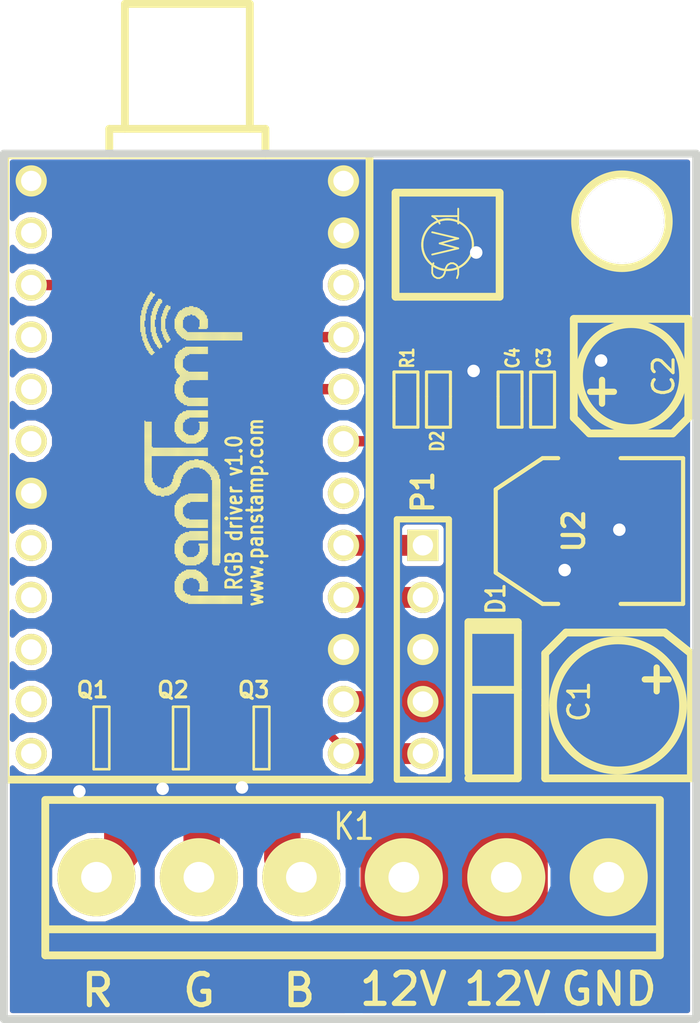
<source format=kicad_pcb>
(kicad_pcb (version 4) (host pcbnew "(2014-jul-16 BZR unknown)-product")
  (title_block (title "panStamp RGB driver board") (date "21 may 2012") (rev 1.0) (company www.panstamp.com))
  (layers (0 Front signal) (31 Back signal) (34 B.Paste user) (35 F.Paste user) (36 B.SilkS user) (37 F.SilkS user) (38 B.Mask user) (39 F.Mask user) (44 Edge.Cuts user))
  (net 0 "")
  (net 1 +12V)
  (net 2 +3.3V)
  (net 3 /BLUE_CH)
  (net 4 /BLUE_PWR)
  (net 5 /GREEN_CH)
  (net 6 /GREEN_PWR)
  (net 7 /RED_CH)
  (net 8 /RED_PWR)
  (net 9 /RESET)
  (net 10 /RXD)
  (net 11 /TXD)
  (net 12 GND)
  (net 13 N-000008)
  (net 14 N-000029)
  (net 15 N-000031)
  (module SM0603S (layer Front) (at 177.7365 96.3295 90)
    (fp_text reference C3 (at 2.032 0.0635 90) (layer F.SilkS) (effects (font (size 0.635 0.508) (thickness 0.127))))
    (fp_text value 1u hide)
    (pad 2 smd rect (at 0.7493 0 90) (size 0.7874 0.762) (layers Front F.Paste F.Mask) (net 12 GND))
    (pad 1 smd rect (at -0.7493 0 90) (size 0.7874 0.762) (layers Front F.Paste F.Mask) (net 2 +3.3V))
  )
  (module SM0603S (layer Front) (at 176.149 96.3295 90)
    (fp_text reference C4 (at 2.032 0.127 90) (layer F.SilkS) (effects (font (size 0.635 0.508) (thickness 0.127))))
    (fp_text value 100n hide)
    (pad 2 smd rect (at 0.7493 0 90) (size 0.7874 0.762) (layers Front F.Paste F.Mask) (net 12 GND))
    (pad 1 smd rect (at -0.7493 0 90) (size 0.7874 0.762) (layers Front F.Paste F.Mask) (net 2 +3.3V))
  )
  (module SOT223 (layer Front) (at 180.0225 102.743 90)
    (fp_text reference U2 (at 0 -0.762 90) (layer F.SilkS) (effects (font (size 1.016 1.016) (thickness 0.2032))))
    (fp_text value UA78M33 hide)
    (pad 4 smd rect (at 0 -3.302 90) (size 3.6576 2.032) (layers Front F.Paste F.Mask) (net 12 GND))
    (pad 2 smd rect (at 0 3.302 90) (size 1.016 2.032) (layers Front F.Paste F.Mask) (net 12 GND))
    (pad 3 smd rect (at 2.286 3.302 90) (size 1.016 2.032) (layers Front F.Paste F.Mask) (net 2 +3.3V))
    (pad 1 smd rect (at -2.286 3.302 90) (size 1.016 2.032) (layers Front F.Paste F.Mask) (net 14 N-000029))
  )
  (module SOT23GDS (layer Front) (at 156.21 112.8395 90)
    (fp_text reference Q1 (at 2.3495 -0.4445 180) (layer F.SilkS) (effects (font (size 0.762 0.762) (thickness 0.1524))))
    (fp_text value MOS_N hide)
    (pad S smd rect (at -0.889 -1.016 90) (size 0.9144 0.9144) (layers Front F.Paste F.Mask) (net 12 GND))
    (pad G smd rect (at 0.889 -1.016 90) (size 0.9144 0.9144) (layers Front F.Paste F.Mask) (net 7 /RED_CH))
    (pad D smd rect (at 0 1.016 90) (size 0.9144 0.9144) (layers Front F.Paste F.Mask) (net 8 /RED_PWR))
  )
  (module SOT23GDS (layer Front) (at 160.0835 112.8395 90)
    (fp_text reference Q2 (at 2.3495 -0.381 180) (layer F.SilkS) (effects (font (size 0.762 0.762) (thickness 0.1524))))
    (fp_text value MOS_N hide)
    (pad S smd rect (at -0.889 -1.016 90) (size 0.9144 0.9144) (layers Front F.Paste F.Mask) (net 12 GND))
    (pad G smd rect (at 0.889 -1.016 90) (size 0.9144 0.9144) (layers Front F.Paste F.Mask) (net 5 /GREEN_CH))
    (pad D smd rect (at 0 1.016 90) (size 0.9144 0.9144) (layers Front F.Paste F.Mask) (net 6 /GREEN_PWR))
  )
  (module SOT23GDS (layer Front) (at 164.0205 112.8395 90)
    (fp_text reference Q3 (at 2.3495 -0.381 180) (layer F.SilkS) (effects (font (size 0.762 0.762) (thickness 0.1524))))
    (fp_text value MOS_N hide)
    (pad S smd rect (at -0.889 -1.016 90) (size 0.9144 0.9144) (layers Front F.Paste F.Mask) (net 12 GND))
    (pad G smd rect (at 0.889 -1.016 90) (size 0.9144 0.9144) (layers Front F.Paste F.Mask) (net 3 /BLUE_CH))
    (pad D smd rect (at 0 1.016 90) (size 0.9144 0.9144) (layers Front F.Paste F.Mask) (net 4 /BLUE_PWR))
  )
  (module PANSTAMP_02 (layer Front) (at 160.401 99.6315)
    (fp_text reference U1 hide)
    (fp_text value PANSTAMP_02 hide)
    (pad 1 thru_hole circle (at -7.62 -13.97) (size 1.524 1.524) (drill 0.9906) (layers *.Cu *.Mask F.SilkS) (net 12 GND))
    (pad 2 thru_hole circle (at -7.62 -11.43) (size 1.524 1.524) (drill 0.9906) (layers *.Cu *.Mask F.SilkS))
    (pad 3 thru_hole circle (at -7.62 -8.89) (size 1.524 1.524) (drill 0.9906) (layers *.Cu *.Mask F.SilkS) (net 7 /RED_CH))
    (pad 4 thru_hole circle (at -7.62 -6.35) (size 1.524 1.524) (drill 0.9906) (layers *.Cu *.Mask F.SilkS))
    (pad 5 thru_hole circle (at -7.62 -3.81) (size 1.524 1.524) (drill 0.9906) (layers *.Cu *.Mask F.SilkS))
    (pad 6 thru_hole circle (at -7.62 -1.27) (size 1.524 1.524) (drill 0.9906) (layers *.Cu *.Mask F.SilkS))
    (pad 7 thru_hole circle (at -7.62 1.27) (size 1.524 1.524) (drill 0.9906) (layers *.Cu *.Mask F.SilkS) (net 12 GND))
    (pad 8 thru_hole circle (at -7.62 3.81) (size 1.524 1.524) (drill 0.9906) (layers *.Cu *.Mask F.SilkS))
    (pad 9 thru_hole circle (at -7.62 6.35) (size 1.524 1.524) (drill 0.9906) (layers *.Cu *.Mask F.SilkS))
    (pad 10 thru_hole circle (at -7.62 8.89) (size 1.524 1.524) (drill 0.9906) (layers *.Cu *.Mask F.SilkS))
    (pad 11 thru_hole circle (at -7.62 11.43) (size 1.524 1.524) (drill 0.9906) (layers *.Cu *.Mask F.SilkS))
    (pad 12 thru_hole circle (at -7.62 13.97) (size 1.524 1.524) (drill 0.9906) (layers *.Cu *.Mask F.SilkS))
    (pad 13 thru_hole circle (at 7.62 13.97) (size 1.524 1.524) (drill 0.9906) (layers *.Cu *.Mask F.SilkS) (net 9 /RESET))
    (pad 14 thru_hole circle (at 7.62 11.43) (size 1.524 1.524) (drill 0.9906) (layers *.Cu *.Mask F.SilkS) (net 2 +3.3V))
    (pad 15 thru_hole circle (at 7.62 8.89) (size 1.524 1.524) (drill 0.9906) (layers *.Cu *.Mask F.SilkS) (net 12 GND))
    (pad 16 thru_hole circle (at 7.62 6.35) (size 1.524 1.524) (drill 0.9906) (layers *.Cu *.Mask F.SilkS) (net 10 /RXD))
    (pad 17 thru_hole circle (at 7.62 3.81) (size 1.524 1.524) (drill 0.9906) (layers *.Cu *.Mask F.SilkS) (net 11 /TXD))
    (pad 18 thru_hole circle (at 7.62 1.27) (size 1.524 1.524) (drill 0.9906) (layers *.Cu *.Mask F.SilkS))
    (pad 19 thru_hole circle (at 7.62 -1.27) (size 1.524 1.524) (drill 0.9906) (layers *.Cu *.Mask F.SilkS) (net 13 N-000008))
    (pad 20 thru_hole circle (at 7.62 -3.81) (size 1.524 1.524) (drill 0.9906) (layers *.Cu *.Mask F.SilkS) (net 3 /BLUE_CH))
    (pad 21 thru_hole circle (at 7.62 -6.35) (size 1.524 1.524) (drill 0.9906) (layers *.Cu *.Mask F.SilkS) (net 5 /GREEN_CH))
    (pad 22 thru_hole circle (at 7.62 -8.89) (size 1.524 1.524) (drill 0.9906) (layers *.Cu *.Mask F.SilkS))
    (pad 23 thru_hole circle (at 7.62 -11.43) (size 1.524 1.524) (drill 0.9906) (layers *.Cu *.Mask F.SilkS) (net 12 GND))
    (pad 24 thru_hole circle (at 7.62 -13.97) (size 1.524 1.524) (drill 0.9906) (layers *.Cu *.Mask F.SilkS) (net 12 GND))
  )
  (module SMA (layer Front) (at 175.387 110.998 90)
    (fp_text reference D1 (at 4.953 0.0635 90) (layer F.SilkS) (effects (font (size 0.889 0.762) (thickness 0.1524))))
    (fp_text value DIODESCH hide)
    (pad 1 smd rect (at -1.99898 0 90) (size 2.50952 1.70942) (layers Front F.Paste F.Mask) (net 1 +12V))
    (pad 2 smd rect (at 1.99898 0 90) (size 2.50952 1.70942) (layers Front F.Paste F.Mask) (net 14 N-000029))
  )
  (module PANSTAMPLOGO (layer Front) (at 157.7975 106.299 90)
    (fp_text reference www.panstamp.com (at 4.4704 5.9055 90) (layer F.SilkS) (effects (font (size 0.762 0.635) (thickness 0.127))))
    (fp_text value "RGB driver v1.0" (at 4.445 4.8895 90) (layer F.SilkS) (effects (font (size 0.762 0.635) (thickness 0.127))))
  )
  (module PIN_ARRAY_5x1 (layer Front) (at 171.8945 108.5215 270)
    (fp_text reference P1 (at -7.6835 0 270) (layer F.SilkS) (effects (font (size 1.016 1.016) (thickness 0.2032))))
    (fp_text value CONN_5 hide)
    (pad 1 thru_hole rect (at -5.08 0 270) (size 1.524 1.524) (drill 0.9906) (layers *.Cu *.Mask F.SilkS) (net 11 /TXD))
    (pad 2 thru_hole circle (at -2.54 0 270) (size 1.524 1.524) (drill 0.9906) (layers *.Cu *.Mask F.SilkS) (net 10 /RXD))
    (pad 3 thru_hole circle (at 0 0 270) (size 1.524 1.524) (drill 0.9906) (layers *.Cu *.Mask F.SilkS) (net 12 GND))
    (pad 4 thru_hole circle (at 2.54 0 270) (size 1.524 1.524) (drill 0.9906) (layers *.Cu *.Mask F.SilkS) (net 2 +3.3V))
    (pad 5 thru_hole circle (at 5.08 0 270) (size 1.524 1.524) (drill 0.9906) (layers *.Cu *.Mask F.SilkS) (net 9 /RESET))
  )
  (module SM0603S (layer Front) (at 171.069 96.3295 90)
    (fp_text reference R1 (at 2.032 0.0635 90) (layer F.SilkS) (effects (font (size 0.635 0.508) (thickness 0.127))))
    (fp_text value 470 hide)
    (pad 2 smd rect (at 0.7493 0 90) (size 0.7874 0.762) (layers Front F.Paste F.Mask) (net 15 N-000031))
    (pad 1 smd rect (at -0.7493 0 90) (size 0.7874 0.762) (layers Front F.Paste F.Mask) (net 13 N-000008))
  )
  (module SM0603S (layer Front) (at 172.6565 96.3295 90)
    (fp_text reference D2 (at -2.032 -0.0635 90) (layer F.SilkS) (effects (font (size 0.635 0.508) (thickness 0.127))))
    (fp_text value LED hide)
    (pad 2 smd rect (at 0.7493 0 90) (size 0.7874 0.762) (layers Front F.Paste F.Mask) (net 12 GND))
    (pad 1 smd rect (at -0.7493 0 90) (size 0.7874 0.762) (layers Front F.Paste F.Mask) (net 15 N-000031))
  )
  (module SMDCPOL_5 (layer Front) (at 182.0545 95.1865 90)
    (fp_text reference C2 (at 0 1.5875 90) (layer F.SilkS) (effects (font (size 1.016 1.016) (thickness 0.1524))))
    (fp_text value 22u hide)
    (fp_text user + (at -0.762 -1.524 90) (layer F.SilkS) (effects (font (thickness 0.3048))))
    (pad 1 smd rect (at -1.778 0 90) (size 2.49936 1.00076) (layers Front F.Paste F.Mask) (net 2 +3.3V))
    (pad 2 smd rect (at 1.778 0 90) (size 2.49936 1.00076) (layers Front F.Paste F.Mask) (net 12 GND))
  )
  (module SMDCPOL_6.3 (layer Front) (at 181.4195 111.252 270)
    (fp_text reference C1 (at -0.1905 1.905 270) (layer F.SilkS) (effects (font (size 1.016 1.016) (thickness 0.1524))))
    (fp_text value 47u hide)
    (fp_text user + (at -1.27 -1.778 270) (layer F.SilkS) (effects (font (thickness 0.3048))))
    (pad 2 smd rect (at 2.286 0 270) (size 2.79908 1.00076) (layers Front F.Paste F.Mask) (net 12 GND))
    (pad 1 smd rect (at -2.286 0 270) (size 2.79908 1.00076) (layers Front F.Paste F.Mask) (net 14 N-000029))
  )
  (module switch-tact-noah (layer Front) (at 173.101 88.773 90)
    (fp_text reference SW1 (at 0.0635 -0.0635 90) (layer F.SilkS) (effects (font (size 1.27 1.27) (thickness 0.0889))))
    (fp_text value SW_PUSH_SMALL hide)
    (pad 1 smd rect (at -2.49936 -1.75006 90) (size 1.99898 1.00076) (layers Front F.Paste F.Mask) (net 9 /RESET))
    (pad 3 smd rect (at 2.49936 -1.75006 90) (size 1.99898 1.00076) (layers Front F.Paste F.Mask))
    (pad 2 smd rect (at -2.49936 1.75006 90) (size 1.99898 1.00076) (layers Front F.Paste F.Mask) (net 12 GND))
    (pad 4 smd rect (at 2.49936 1.75006 90) (size 1.99898 1.00076) (layers Front F.Paste F.Mask))
  )
  (module terminal_block_5mm_6P (layer Front) (at 168.4655 119.634)
    (fp_text reference K1 (at 0.0635 -2.4765) (layer F.SilkS) (effects (font (size 1.27 1.016) (thickness 0.1524))))
    (fp_text value CONN_6 hide)
    (pad 2 thru_hole circle (at -7.50062 0) (size 3.81 3.81) (drill 1.4986) (layers *.Cu *.Mask F.SilkS) (net 6 /GREEN_PWR))
    (pad 3 thru_hole circle (at -2.49936 0) (size 3.81 3.81) (drill 1.4986) (layers *.Cu *.Mask F.SilkS) (net 4 /BLUE_PWR))
    (pad 1 thru_hole circle (at -12.49934 0) (size 3.81 3.81) (drill 1.4986) (layers *.Cu *.Mask F.SilkS) (net 8 /RED_PWR))
    (pad 4 thru_hole circle (at 2.49936 0) (size 3.81 3.81) (drill 1.4986) (layers *.Cu *.Mask F.SilkS) (net 1 +12V))
    (pad 5 thru_hole circle (at 7.50062 0) (size 3.81 3.81) (drill 1.4986) (layers *.Cu *.Mask F.SilkS) (net 1 +12V))
    (pad 6 thru_hole circle (at 12.49934 0) (size 3.81 3.81) (drill 1.4986) (layers *.Cu *.Mask F.SilkS) (net 12 GND))
  )
  (module 1pin (layer Front) (at 181.61 87.63)
    (fp_text reference 1PIN hide)
    (fp_text value P*** hide)
    (pad 1 thru_hole circle (at 0 0) (size 4.064 4.064) (drill 4.064) (layers *.Cu *.Mask F.SilkS))
  )
  (gr_line (start 185.2295 126.5555) (end 185.2295 123.444) (angle 90) (layer Edge.Cuts) (width 0.381))
  (gr_line (start 151.4475 126.5555) (end 185.2295 126.5555) (angle 90) (layer Edge.Cuts) (width 0.381))
  (gr_line (start 151.4475 123.5075) (end 151.4475 126.5555) (angle 90) (layer Edge.Cuts) (width 0.381))
  (gr_text GND (at 180.975 125.095) (layer F.SilkS) (effects (font (thickness 0.254))))
  (gr_text 12V (at 176.022 125.095) (layer F.SilkS) (effects (font (thickness 0.254))))
  (gr_text B (at 165.862 125.1585) (layer F.SilkS) (effects (font (thickness 0.254))))
  (gr_text 12V (at 170.942 125.095) (layer F.SilkS) (effects (font (thickness 0.254))))
  (gr_text G (at 160.9725 125.1585) (layer F.SilkS) (effects (font (thickness 0.254))))
  (gr_text R (at 156.0195 125.1585) (layer F.SilkS) (effects (font (thickness 0.254))))
  (gr_line (start 151.4475 123.5075) (end 151.4475 84.328) (angle 90) (layer Edge.Cuts) (width 0.381))
  (gr_line (start 185.2295 84.328) (end 185.2295 123.5075) (angle 90) (layer Edge.Cuts) (width 0.381))
  (gr_line (start 151.4475 84.328) (end 185.2295 84.328) (angle 90) (layer Edge.Cuts) (width 0.381))
  (segment (start 175.96612 119.634) (end 170.96486 119.634) (width 1.778) (layer Front) (net 1))
  (segment (start 175.387 112.99698) (end 175.387 119.05488) (width 1.778) (layer Front) (net 1))
  (segment (start 175.387 119.05488) (end 175.96612 119.634) (width 1.778) (layer Front) (net 1))
  (segment (start 171.8945 111.0615) (end 172.4025 111.0615) (width 1.016) (layer Front) (net 2))
  (segment (start 174.9552 97.0788) (end 176.149 97.0788) (width 1.016) (layer Front) (net 2))
  (segment (start 173.482 98.552) (end 174.9552 97.0788) (width 1.016) (layer Front) (net 2))
  (segment (start 173.482 109.982) (end 173.482 98.552) (width 1.016) (layer Front) (net 2))
  (segment (start 172.4025 111.0615) (end 173.482 109.982) (width 1.016) (layer Front) (net 2))
  (segment (start 177.7365 97.0788) (end 181.9402 97.0788) (width 1.016) (layer Front) (net 2))
  (segment (start 181.9402 97.0788) (end 182.0545 96.9645) (width 1.016) (layer Front) (net 2))
  (segment (start 176.149 97.0788) (end 177.7365 97.0788) (width 1.016) (layer Front) (net 2))
  (segment (start 182.0545 96.9645) (end 182.0545 99.187) (width 1.778) (layer Front) (net 2))
  (segment (start 182.0545 99.187) (end 183.3245 100.457) (width 1.778) (layer Front) (net 2))
  (segment (start 171.8945 111.0615) (end 168.021 111.0615) (width 1.016) (layer Front) (net 2))
  (segment (start 163.0045 111.9505) (end 163.0045 96.5835) (width 0.508) (layer Front) (net 3))
  (segment (start 163.7665 95.8215) (end 168.021 95.8215) (width 0.508) (layer Front) (net 3))
  (segment (start 163.0045 96.5835) (end 163.7665 95.8215) (width 0.508) (layer Front) (net 3))
  (segment (start 165.0365 112.8395) (end 165.0365 118.70436) (width 1.778) (layer Front) (net 4))
  (segment (start 165.0365 118.70436) (end 165.96614 119.634) (width 1.778) (layer Front) (net 4))
  (segment (start 159.0675 111.9505) (end 159.0675 93.98) (width 0.508) (layer Front) (net 5))
  (segment (start 159.766 93.2815) (end 168.021 93.2815) (width 0.508) (layer Front) (net 5))
  (segment (start 159.0675 93.98) (end 159.766 93.2815) (width 0.508) (layer Front) (net 5))
  (segment (start 161.0995 112.8395) (end 161.0995 119.49938) (width 1.778) (layer Front) (net 6))
  (segment (start 161.0995 119.49938) (end 160.96488 119.634) (width 1.778) (layer Front) (net 6))
  (segment (start 155.194 111.9505) (end 155.194 91.5035) (width 0.508) (layer Front) (net 7))
  (segment (start 154.432 90.7415) (end 152.781 90.7415) (width 0.508) (layer Front) (net 7))
  (segment (start 155.194 91.5035) (end 154.432 90.7415) (width 0.508) (layer Front) (net 7))
  (segment (start 157.226 112.8395) (end 157.226 118.37416) (width 1.778) (layer Front) (net 8))
  (segment (start 157.226 118.37416) (end 155.96616 119.634) (width 1.778) (layer Front) (net 8))
  (segment (start 171.35094 91.27236) (end 171.35094 93.38056) (width 0.381) (layer Front) (net 9))
  (segment (start 168.021 113.3475) (end 168.021 113.6015) (width 0.381) (layer Front) (net 9))
  (segment (start 165.9255 111.252) (end 168.021 113.3475) (width 0.381) (layer Front) (net 9))
  (segment (start 165.9255 97.536) (end 165.9255 111.252) (width 0.381) (layer Front) (net 9))
  (segment (start 166.37 97.0915) (end 165.9255 97.536) (width 0.381) (layer Front) (net 9))
  (segment (start 169.164 97.0915) (end 166.37 97.0915) (width 0.381) (layer Front) (net 9))
  (segment (start 169.545 96.7105) (end 169.164 97.0915) (width 0.381) (layer Front) (net 9))
  (segment (start 169.545 94.234) (end 169.545 96.7105) (width 0.381) (layer Front) (net 9))
  (segment (start 169.926 93.853) (end 169.545 94.234) (width 0.381) (layer Front) (net 9))
  (segment (start 170.8785 93.853) (end 169.926 93.853) (width 0.381) (layer Front) (net 9))
  (segment (start 171.35094 93.38056) (end 170.8785 93.853) (width 0.381) (layer Front) (net 9))
  (segment (start 168.021 113.6015) (end 171.8945 113.6015) (width 1.016) (layer Front) (net 9))
  (segment (start 171.8945 105.9815) (end 168.021 105.9815) (width 1.016) (layer Front) (net 10))
  (segment (start 168.021 103.4415) (end 171.8945 103.4415) (width 1.016) (layer Front) (net 11))
  (segment (start 163.0045 113.7285) (end 163.0045 115.189) (width 0.508) (layer Front) (net 12))
  (via (at 163.068 115.2525) (size 1.016) (layers Front Back) (net 12))
  (segment (start 163.0045 115.189) (end 163.068 115.2525) (width 0.508) (layer Front) (net 12))
  (segment (start 159.0675 113.7285) (end 159.0675 115.189) (width 0.508) (layer Front) (net 12))
  (via (at 159.1945 115.316) (size 1.016) (layers Front Back) (net 12))
  (segment (start 159.0675 115.189) (end 159.1945 115.316) (width 0.508) (layer Front) (net 12))
  (segment (start 155.194 113.7285) (end 155.194 115.3795) (width 0.508) (layer Front) (net 12))
  (via (at 155.1305 115.443) (size 1.016) (layers Front Back) (net 12))
  (segment (start 155.194 115.3795) (end 155.1305 115.443) (width 0.508) (layer Front) (net 12))
  (segment (start 174.85106 91.27236) (end 174.85106 89.50706) (width 0.508) (layer Front) (net 12))
  (via (at 174.498 89.154) (size 1.016) (layers Front Back) (net 12))
  (segment (start 174.85106 89.50706) (end 174.498 89.154) (width 0.508) (layer Front) (net 12))
  (segment (start 176.149 95.5802) (end 175.0187 95.5802) (width 0.508) (layer Front) (net 12))
  (via (at 174.371 94.9325) (size 1.016) (layers Front Back) (net 12))
  (segment (start 175.0187 95.5802) (end 174.371 94.9325) (width 0.508) (layer Front) (net 12))
  (segment (start 182.0545 93.4085) (end 181.61 93.4085) (width 0.508) (layer Front) (net 12))
  (via (at 180.594 94.4245) (size 1.016) (layers Front Back) (net 12))
  (segment (start 181.61 93.4085) (end 180.594 94.4245) (width 0.508) (layer Front) (net 12))
  (segment (start 176.7205 102.743) (end 176.911 102.743) (width 1.016) (layer Front) (net 12))
  (segment (start 178.816 104.648) (end 178.8795 104.648) (width 1.016) (layer Back) (net 12))
  (via (at 178.816 104.648) (size 1.016) (layers Front Back) (net 12))
  (segment (start 176.911 102.743) (end 178.816 104.648) (width 1.016) (layer Front) (net 12))
  (segment (start 183.3245 102.743) (end 181.5465 102.743) (width 1.016) (layer Front) (net 12))
  (via (at 181.483 102.6795) (size 1.016) (layers Front Back) (net 12))
  (segment (start 181.5465 102.743) (end 181.483 102.6795) (width 1.016) (layer Front) (net 12))
  (segment (start 168.021 108.5215) (end 171.8945 108.5215) (width 1.016) (layer Front) (net 12))
  (segment (start 171.069 97.0788) (end 171.069 97.9805) (width 0.508) (layer Front) (net 13))
  (segment (start 170.688 98.3615) (end 168.021 98.3615) (width 0.508) (layer Front) (net 13))
  (segment (start 171.069 97.9805) (end 170.688 98.3615) (width 0.508) (layer Front) (net 13))
  (segment (start 181.4195 108.966) (end 175.42002 108.966) (width 1.778) (layer Front) (net 14))
  (segment (start 175.42002 108.966) (end 175.387 108.99902) (width 1.778) (layer Front) (net 14))
  (segment (start 183.3245 105.029) (end 183.3245 107.061) (width 1.778) (layer Front) (net 14))
  (segment (start 183.3245 107.061) (end 181.4195 108.966) (width 1.778) (layer Front) (net 14))
  (segment (start 171.069 95.5802) (end 171.1452 95.5802) (width 0.508) (layer Front) (net 15))
  (segment (start 172.6438 97.0788) (end 172.6565 97.0788) (width 0.508) (layer Front) (net 15))
  (segment (start 171.1452 95.5802) (end 172.6438 97.0788) (width 0.508) (layer Front) (net 15))
  (zone (net 1) (net_name +12V) (layer Front) (connect_pads yes (clearance 0.2286)) (min_thickness 0.254) (fill (mode segment) (arc_segments 16) (thermal_gap 0.508) (thermal_bridge_width 0.508))
    (polygon (pts (xy 177.9905 126.619) (xy 177.9905 117.0305) (xy 168.8465 117.0305) (xy 168.8465 126.619)))
  )
  (zone (net 2) (net_name +3.3V) (layer Front) (connect_pads yes (clearance 0.2286)) (min_thickness 0.254) (fill (mode segment) (arc_segments 16) (thermal_gap 0.508) (thermal_bridge_width 0.508))
    (polygon (pts (xy 174.4345 113.2205) (xy 174.4345 101.219) (xy 185.2295 101.219) (xy 185.293 96.266) (xy 169.164 96.266) (xy 169.164 113.2205)))
  )
  (zone (net 12) (net_name GND) (layer Front) (connect_pads yes (clearance 0.2286)) (min_thickness 0.254) (fill (mode segment) (arc_segments 16) (thermal_gap 0.508) (thermal_bridge_width 0.508))
    (polygon (pts (xy 185.166 126.492) (xy 185.166 101.6) (xy 174.8155 101.6) (xy 175.006 116.7765) (xy 175.006 116.713) (xy 178.435 116.713) (xy 178.435 126.492)))
  )
  (zone (net 12) (net_name GND) (layer Front) (connect_pads yes (clearance 0.2286)) (min_thickness 0.254) (fill (mode segment) (arc_segments 16) (thermal_gap 0.508) (thermal_bridge_width 0.508))
    (polygon (pts (xy 168.2115 126.5555) (xy 168.2115 95.9485) (xy 185.2295 95.9485) (xy 185.2295 84.328) (xy 151.4475 84.328) (xy 151.4475 126.5555)))
  )
  (zone (net 12) (net_name GND) (layer Back) (connect_pads yes (clearance 0.2286)) (min_thickness 0.254) (fill (mode segment) (arc_segments 16) (thermal_gap 0.508) (thermal_bridge_width 0.508))
    (polygon (pts (xy 185.2295 126.5555) (xy 185.2295 84.328) (xy 151.4475 84.328) (xy 151.4475 126.5555)))
  )
)
</source>
